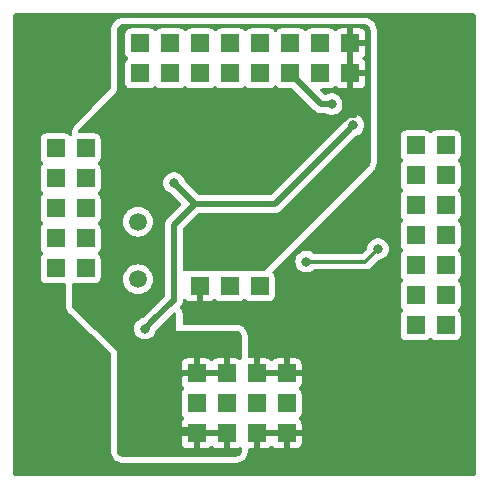
<source format=gbr>
%TF.GenerationSoftware,KiCad,Pcbnew,7.0.5.1-1-g8f565ef7f0-dirty-deb11*%
%TF.CreationDate,2023-07-05T14:02:44+00:00*%
%TF.ProjectId,BRIDGEADC01,42524944-4745-4414-9443-30312e6b6963,rev?*%
%TF.SameCoordinates,Original*%
%TF.FileFunction,Copper,L1,Top*%
%TF.FilePolarity,Positive*%
%FSLAX46Y46*%
G04 Gerber Fmt 4.6, Leading zero omitted, Abs format (unit mm)*
G04 Created by KiCad (PCBNEW 7.0.5.1-1-g8f565ef7f0-dirty-deb11) date 2023-07-05 14:02:44*
%MOMM*%
%LPD*%
G01*
G04 APERTURE LIST*
%TA.AperFunction,ComponentPad*%
%ADD10R,1.524000X1.524000*%
%TD*%
%TA.AperFunction,ComponentPad*%
%ADD11C,6.000000*%
%TD*%
%TA.AperFunction,ComponentPad*%
%ADD12C,1.501140*%
%TD*%
%TA.AperFunction,ViaPad*%
%ADD13C,0.800000*%
%TD*%
%TA.AperFunction,Conductor*%
%ADD14C,0.300000*%
%TD*%
%TA.AperFunction,Conductor*%
%ADD15C,0.500000*%
%TD*%
%TA.AperFunction,Conductor*%
%ADD16C,0.400000*%
%TD*%
G04 APERTURE END LIST*
D10*
%TO.P,J1,1*%
%TO.N,GND*%
X143876000Y-110682000D03*
%TO.P,J1,2*%
X141336000Y-110682000D03*
%TO.P,J1,3*%
%TO.N,VCC*%
X143876000Y-108142000D03*
%TO.P,J1,4*%
X141336000Y-108142000D03*
%TO.P,J1,5*%
%TO.N,GND*%
X143876000Y-105602000D03*
%TO.P,J1,6*%
X141336000Y-105602000D03*
%TD*%
%TO.P,J2,1*%
%TO.N,Net-(J2-Pad1)*%
X154798000Y-88838000D03*
%TO.P,J2,2*%
X157338000Y-88838000D03*
%TD*%
%TO.P,J3,1*%
%TO.N,Net-(J3-Pad1)*%
X154798000Y-86298000D03*
%TO.P,J3,2*%
X157338000Y-86298000D03*
%TD*%
%TO.P,J4,1*%
%TO.N,Net-(J4-Pad1)*%
X131493500Y-77662000D03*
%TO.P,J4,2*%
X131493500Y-80202000D03*
%TD*%
%TO.P,J5,1*%
%TO.N,Net-(J5-Pad1)*%
X134033500Y-77662000D03*
%TO.P,J5,2*%
X134033500Y-80202000D03*
%TD*%
%TO.P,J6,1*%
%TO.N,Net-(J6-Pad1)*%
X136573500Y-77662000D03*
%TO.P,J6,2*%
X136573500Y-80202000D03*
%TD*%
%TO.P,J7,1*%
%TO.N,Net-(J7-Pad1)*%
X139113500Y-80202000D03*
%TO.P,J7,2*%
X139113500Y-77662000D03*
%TD*%
%TO.P,J8,1*%
%TO.N,Net-(J8-Pad1)*%
X146748500Y-80200500D03*
%TO.P,J8,2*%
X146748500Y-77660500D03*
%TD*%
%TO.P,J9,1*%
%TO.N,Net-(J9-Pad1)*%
X141653500Y-80202000D03*
%TO.P,J9,2*%
X141653500Y-77662000D03*
%TD*%
%TO.P,J10,1*%
%TO.N,VCC*%
X141590000Y-98236000D03*
%TO.P,J10,2*%
%TO.N,Net-(J10-Pad2)*%
X139050000Y-98236000D03*
%TO.P,J10,3*%
%TO.N,GND*%
X136510000Y-98236000D03*
%TD*%
%TO.P,J11,1*%
%TO.N,Net-(J11-Pad1)*%
X124318000Y-86552000D03*
%TO.P,J11,2*%
X126858000Y-86552000D03*
%TD*%
%TO.P,J12,1*%
%TO.N,Net-(J12-Pad1)*%
X124318000Y-89092000D03*
%TO.P,J12,2*%
X126858000Y-89092000D03*
%TD*%
%TO.P,J13,1*%
%TO.N,Net-(J13-Pad1)*%
X154798000Y-96458000D03*
%TO.P,J13,2*%
X157338000Y-96458000D03*
%TD*%
%TO.P,J14,1*%
%TO.N,Net-(J14-Pad1)*%
X154798000Y-93918000D03*
%TO.P,J14,2*%
X157338000Y-93918000D03*
%TD*%
%TO.P,J15,1*%
%TO.N,Net-(J15-Pad1)*%
X124318000Y-96712000D03*
%TO.P,J15,2*%
X126858000Y-96712000D03*
%TD*%
%TO.P,J16,1*%
%TO.N,Net-(J16-Pad1)*%
X154798000Y-101538000D03*
%TO.P,J16,2*%
X157338000Y-101538000D03*
%TD*%
%TO.P,J17,1*%
%TO.N,Net-(J17-Pad1)*%
X154798000Y-98998000D03*
%TO.P,J17,2*%
X157338000Y-98998000D03*
%TD*%
%TO.P,J18,1*%
%TO.N,Net-(J18-Pad1)*%
X154798000Y-91378000D03*
%TO.P,J18,2*%
X157338000Y-91378000D03*
%TD*%
%TO.P,J19,1*%
%TO.N,GNDA*%
X136256000Y-105602000D03*
%TO.P,J19,2*%
X138796000Y-105602000D03*
%TO.P,J19,3*%
%TO.N,Net-(D2-Pad1)*%
X136256000Y-108142000D03*
%TO.P,J19,4*%
X138796000Y-108142000D03*
%TO.P,J19,5*%
%TO.N,GNDA*%
X136256000Y-110682000D03*
%TO.P,J19,6*%
X138796000Y-110682000D03*
%TD*%
%TO.P,J20,1*%
%TO.N,Net-(J20-Pad1)*%
X124318000Y-94172000D03*
%TO.P,J20,2*%
X126858000Y-94172000D03*
%TD*%
%TO.P,J21,1*%
%TO.N,Net-(J21-Pad1)*%
X124318000Y-91632000D03*
%TO.P,J21,2*%
X126858000Y-91632000D03*
%TD*%
D11*
%TO.P,M1,1*%
%TO.N,GND*%
X155560000Y-79440000D03*
%TD*%
%TO.P,M2,1*%
%TO.N,GND*%
X155560000Y-109920000D03*
%TD*%
%TO.P,M3,1*%
%TO.N,GND*%
X125080000Y-79440000D03*
%TD*%
%TO.P,M4,1*%
%TO.N,GND*%
X125080000Y-109920000D03*
%TD*%
D12*
%TO.P,Y1,1*%
%TO.N,Net-(J21-Pad1)*%
X131303000Y-92747060D03*
%TO.P,Y1,2*%
%TO.N,Net-(J20-Pad1)*%
X131303000Y-97628940D03*
%TD*%
D10*
%TO.P,J22,1*%
%TO.N,VAA*%
X144208500Y-77660500D03*
%TO.P,J22,2*%
X144208500Y-80200500D03*
%TD*%
%TO.P,J23,1*%
%TO.N,GNDA*%
X149288500Y-77660500D03*
%TO.P,J23,2*%
X149288500Y-80200500D03*
%TD*%
D13*
%TO.N,GND*%
X122047000Y-101282500D03*
%TO.N,VCC*%
X151623000Y-95061000D03*
X145542000Y-96139000D03*
%TO.N,VAA*%
X134351000Y-89472972D03*
X147701000Y-82804000D03*
X131886691Y-101808000D03*
X149542502Y-84582000D03*
%TO.N,GNDA*%
X140447000Y-82869000D03*
X132207000Y-99504500D03*
X130287000Y-88711000D03*
X137731500Y-95885000D03*
X138033998Y-89600000D03*
X128333500Y-98933000D03*
X127684000Y-101030000D03*
X130937000Y-94996000D03*
X132700000Y-110394980D03*
X138669000Y-86298000D03*
X132334000Y-89789000D03*
X139431000Y-93029000D03*
X130873500Y-104219500D03*
X135826500Y-82931000D03*
X150431500Y-82550000D03*
X145337000Y-83504000D03*
%TD*%
D14*
%TO.N,GND*%
X125080000Y-109920000D02*
X121540500Y-109920000D01*
X121094500Y-109474000D02*
X121094500Y-102235000D01*
X121094500Y-102235000D02*
X122047000Y-101282500D01*
X121540500Y-109920000D02*
X121094500Y-109474000D01*
%TO.N,VCC*%
X151623000Y-95061000D02*
X150545000Y-96139000D01*
X150545000Y-96139000D02*
X146107685Y-96139000D01*
X146107685Y-96139000D02*
X145542000Y-96139000D01*
D15*
%TO.N,VAA*%
X144208500Y-80200500D02*
X146812000Y-82804000D01*
X136117030Y-91239002D02*
X142885500Y-91239002D01*
D16*
X134351000Y-99343691D02*
X134351000Y-96602360D01*
D15*
X132503571Y-101191120D02*
X134351000Y-99343691D01*
D14*
X134351000Y-96031894D02*
X134351000Y-93005032D01*
D16*
X134351000Y-96602360D02*
X134351000Y-93005032D01*
D15*
X146812000Y-82804000D02*
X147135315Y-82804000D01*
X134351000Y-93005032D02*
X136117030Y-91239002D01*
X142885500Y-91239002D02*
X149142503Y-84981999D01*
D16*
X134351000Y-96602360D02*
X134351000Y-96031894D01*
D15*
X134351000Y-99343691D02*
X134351000Y-93005032D01*
X149142503Y-84981999D02*
X149542502Y-84582000D01*
X147135315Y-82804000D02*
X147701000Y-82804000D01*
X131886691Y-101808000D02*
X132503571Y-101191120D01*
X136117030Y-91239002D02*
X134351000Y-89472972D01*
%TO.N,GNDA*%
X128333500Y-98933000D02*
X128333500Y-97599500D01*
D14*
X137731500Y-94728500D02*
X137731500Y-95319315D01*
X138669000Y-86298000D02*
X138669000Y-86863685D01*
D15*
X132700000Y-108645300D02*
X132700000Y-110394980D01*
D14*
X138669000Y-86863685D02*
X138669000Y-86679000D01*
D15*
X132700000Y-107896000D02*
X132700000Y-108645300D01*
D14*
X136256000Y-110682000D02*
X135194000Y-110682000D01*
X144610001Y-84254001D02*
X148665499Y-84254001D01*
D15*
X129921000Y-98933000D02*
X130492500Y-99504500D01*
X130492500Y-99504500D02*
X132207000Y-99504500D01*
X134994000Y-105602000D02*
X132700000Y-107896000D01*
X128333500Y-98933000D02*
X129921000Y-98933000D01*
D14*
X140447000Y-82869000D02*
X135888500Y-82869000D01*
X135888500Y-82869000D02*
X135826500Y-82931000D01*
X138433997Y-89200001D02*
X138033998Y-89600000D01*
X143225000Y-82869000D02*
X141012685Y-82869000D01*
D15*
X128333500Y-97599500D02*
X130937000Y-94996000D01*
D14*
X144130000Y-83774000D02*
X143225000Y-82869000D01*
X137731500Y-95319315D02*
X137731500Y-95885000D01*
D15*
X130873500Y-104219500D02*
X127684000Y-101030000D01*
X136256000Y-105602000D02*
X134994000Y-105602000D01*
D14*
X144130000Y-83774000D02*
X143859998Y-83774000D01*
D15*
X135968980Y-110394980D02*
X136256000Y-110682000D01*
D14*
X148665499Y-84254001D02*
X149145500Y-83774000D01*
X143859998Y-83774000D02*
X138433997Y-89200001D01*
D15*
X132700000Y-110394980D02*
X135968980Y-110394980D01*
D14*
X141012685Y-82869000D02*
X140447000Y-82869000D01*
X149145500Y-83774000D02*
X149638000Y-83774000D01*
X144130000Y-83774000D02*
X144610001Y-84254001D01*
X139431000Y-93029000D02*
X137731500Y-94728500D01*
%TD*%
%TA.AperFunction,Conductor*%
%TO.N,GNDA*%
G36*
X149093460Y-78065504D02*
G01*
X149221502Y-78105000D01*
X149321812Y-78105000D01*
X149420999Y-78090050D01*
X149541724Y-78031912D01*
X149542500Y-78031191D01*
X149542500Y-79835694D01*
X149483540Y-79795496D01*
X149355498Y-79756000D01*
X149255188Y-79756000D01*
X149156001Y-79770950D01*
X149035276Y-79829088D01*
X149034500Y-79829808D01*
X149034500Y-78025305D01*
X149093460Y-78065504D01*
G37*
%TD.AperFunction*%
%TA.AperFunction,Conductor*%
G36*
X134563382Y-76009830D02*
G01*
X143714030Y-76010481D01*
X150483912Y-76010963D01*
X150492128Y-76011502D01*
X150600996Y-76025843D01*
X150632755Y-76034354D01*
X150722701Y-76071617D01*
X150751181Y-76088063D01*
X150828405Y-76147324D01*
X150851661Y-76170581D01*
X150910921Y-76247814D01*
X150927367Y-76276302D01*
X150964616Y-76366237D01*
X150973128Y-76398004D01*
X150987460Y-76506864D01*
X150988000Y-76515096D01*
X150988000Y-87704400D01*
X150987459Y-87712641D01*
X150973093Y-87821637D01*
X150964559Y-87853444D01*
X150927220Y-87943469D01*
X150910736Y-87971978D01*
X150843743Y-88059144D01*
X150838292Y-88065349D01*
X147063061Y-91833533D01*
X142071806Y-96815470D01*
X142065611Y-96820895D01*
X141978549Y-96887592D01*
X141950088Y-96904000D01*
X141905161Y-96922585D01*
X141860237Y-96941169D01*
X141828502Y-96949661D01*
X141719758Y-96963962D01*
X141711535Y-96964500D01*
X135235500Y-96964500D01*
X135167379Y-96944498D01*
X135120886Y-96890842D01*
X135109500Y-96838500D01*
X135109500Y-93371403D01*
X135129502Y-93303282D01*
X135146405Y-93282308D01*
X136394306Y-92034407D01*
X136456618Y-92000381D01*
X136483401Y-91997502D01*
X142821059Y-91997502D01*
X142839319Y-91998832D01*
X142844215Y-91999549D01*
X142863289Y-92002343D01*
X142896646Y-91999424D01*
X142915885Y-91997742D01*
X142921378Y-91997502D01*
X142929675Y-91997502D01*
X142929680Y-91997502D01*
X142951730Y-91994924D01*
X142961682Y-91993761D01*
X142963485Y-91993576D01*
X143039926Y-91986889D01*
X143039930Y-91986887D01*
X143047118Y-91985404D01*
X143047131Y-91985470D01*
X143054487Y-91983838D01*
X143054472Y-91983773D01*
X143061602Y-91982082D01*
X143061613Y-91982081D01*
X143133739Y-91955828D01*
X143135362Y-91955263D01*
X143208238Y-91931116D01*
X143208247Y-91931110D01*
X143214889Y-91928014D01*
X143214918Y-91928076D01*
X143221703Y-91924791D01*
X143221673Y-91924731D01*
X143228224Y-91921439D01*
X143228232Y-91921437D01*
X143292383Y-91879242D01*
X143293848Y-91878309D01*
X143359151Y-91838032D01*
X143359159Y-91838023D01*
X143364908Y-91833479D01*
X143364950Y-91833533D01*
X143370789Y-91828777D01*
X143370746Y-91828725D01*
X143376364Y-91824009D01*
X143376374Y-91824003D01*
X143429068Y-91768149D01*
X143430266Y-91766915D01*
X149698833Y-85498349D01*
X149761146Y-85464323D01*
X149761733Y-85464197D01*
X149824790Y-85450794D01*
X149999254Y-85373118D01*
X150153755Y-85260866D01*
X150281542Y-85118944D01*
X150377029Y-84953556D01*
X150436044Y-84771928D01*
X150456006Y-84582000D01*
X150436044Y-84392072D01*
X150377029Y-84210444D01*
X150281542Y-84045056D01*
X150281540Y-84045054D01*
X150281536Y-84045048D01*
X150153757Y-83903135D01*
X149999254Y-83790882D01*
X149824790Y-83713206D01*
X149637989Y-83673500D01*
X149447015Y-83673500D01*
X149260213Y-83713206D01*
X149085749Y-83790882D01*
X148931246Y-83903135D01*
X148803467Y-84045048D01*
X148803460Y-84045058D01*
X148707978Y-84210438D01*
X148707974Y-84210445D01*
X148653114Y-84379285D01*
X148622376Y-84429443D01*
X142608224Y-90443597D01*
X142545912Y-90477623D01*
X142519129Y-90480502D01*
X136483401Y-90480502D01*
X136415280Y-90460500D01*
X136394306Y-90443597D01*
X135271125Y-89320416D01*
X135240387Y-89270257D01*
X135185528Y-89101419D01*
X135185527Y-89101417D01*
X135185527Y-89101416D01*
X135090040Y-88936028D01*
X135090038Y-88936026D01*
X135090034Y-88936020D01*
X134962255Y-88794107D01*
X134807752Y-88681854D01*
X134633288Y-88604178D01*
X134446487Y-88564472D01*
X134255513Y-88564472D01*
X134068711Y-88604178D01*
X133894247Y-88681854D01*
X133739744Y-88794107D01*
X133611965Y-88936020D01*
X133611958Y-88936030D01*
X133516476Y-89101410D01*
X133516473Y-89101417D01*
X133457457Y-89283044D01*
X133437496Y-89472971D01*
X133457457Y-89662899D01*
X133487526Y-89755442D01*
X133516473Y-89844528D01*
X133516476Y-89844533D01*
X133611958Y-90009913D01*
X133611965Y-90009923D01*
X133739744Y-90151836D01*
X133739747Y-90151838D01*
X133894248Y-90264090D01*
X134068712Y-90341766D01*
X134131769Y-90355169D01*
X134194243Y-90388897D01*
X134194668Y-90389321D01*
X134955253Y-91149906D01*
X134989279Y-91212218D01*
X134984214Y-91283033D01*
X134955253Y-91328096D01*
X133860225Y-92423124D01*
X133846376Y-92435094D01*
X133826943Y-92449562D01*
X133793007Y-92490003D01*
X133789300Y-92494049D01*
X133783421Y-92499929D01*
X133783414Y-92499937D01*
X133763430Y-92525209D01*
X133762276Y-92526626D01*
X133712964Y-92585396D01*
X133708935Y-92591523D01*
X133708880Y-92591487D01*
X133704825Y-92597852D01*
X133704882Y-92597887D01*
X133701030Y-92604131D01*
X133668609Y-92673655D01*
X133667812Y-92675302D01*
X133633393Y-92743838D01*
X133630882Y-92750739D01*
X133630820Y-92750716D01*
X133628343Y-92757842D01*
X133628404Y-92757863D01*
X133626096Y-92764827D01*
X133610574Y-92839992D01*
X133610178Y-92841779D01*
X133592500Y-92916373D01*
X133591648Y-92923666D01*
X133591581Y-92923658D01*
X133590814Y-92931158D01*
X133590881Y-92931164D01*
X133590241Y-92938475D01*
X133592473Y-93015206D01*
X133592500Y-93017038D01*
X133592499Y-98977318D01*
X133572497Y-99045439D01*
X133555594Y-99066413D01*
X131993022Y-100628984D01*
X131993014Y-100628995D01*
X131730356Y-100891652D01*
X131668044Y-100925677D01*
X131667460Y-100925802D01*
X131604404Y-100939205D01*
X131429940Y-101016881D01*
X131429939Y-101016882D01*
X131275435Y-101129135D01*
X131147656Y-101271048D01*
X131147649Y-101271058D01*
X131052167Y-101436438D01*
X131052164Y-101436445D01*
X130993148Y-101618072D01*
X130973187Y-101807999D01*
X130993148Y-101997927D01*
X130997303Y-102010714D01*
X131052164Y-102179556D01*
X131080532Y-102228691D01*
X131147649Y-102344941D01*
X131147656Y-102344951D01*
X131275435Y-102486864D01*
X131275438Y-102486866D01*
X131429939Y-102599118D01*
X131604403Y-102676794D01*
X131791204Y-102716500D01*
X131982178Y-102716500D01*
X132168979Y-102676794D01*
X132343443Y-102599118D01*
X132497944Y-102486866D01*
X132625731Y-102344944D01*
X132721218Y-102179556D01*
X132776079Y-102010712D01*
X132806814Y-101960556D01*
X133071151Y-101696221D01*
X133071151Y-101696220D01*
X134341404Y-100425966D01*
X134403717Y-100391940D01*
X134474533Y-100397005D01*
X134531368Y-100439552D01*
X134556179Y-100506072D01*
X134556500Y-100515061D01*
X134556500Y-101993214D01*
X135059027Y-101990670D01*
X135059031Y-101990671D01*
X135059034Y-101990670D01*
X135059035Y-101990671D01*
X137334356Y-101979154D01*
X139574334Y-101967816D01*
X139582572Y-101968316D01*
X139691867Y-101982191D01*
X139723768Y-101990595D01*
X139814138Y-102027625D01*
X139842771Y-102044028D01*
X139920424Y-102103250D01*
X139943816Y-102126524D01*
X140003432Y-102203880D01*
X140019978Y-102232427D01*
X140057466Y-102322607D01*
X140066033Y-102354471D01*
X140080457Y-102463678D01*
X140081000Y-102471936D01*
X140081000Y-104345226D01*
X140060998Y-104413347D01*
X140007342Y-104459840D01*
X139937068Y-104469944D01*
X139879491Y-104446094D01*
X139803965Y-104389555D01*
X139667093Y-104338505D01*
X139606597Y-104332000D01*
X139050000Y-104332000D01*
X139050000Y-105237194D01*
X138991040Y-105196996D01*
X138862998Y-105157500D01*
X138762688Y-105157500D01*
X138663501Y-105172450D01*
X138542776Y-105230588D01*
X138542000Y-105231308D01*
X138542000Y-104332000D01*
X137985402Y-104332000D01*
X137924906Y-104338505D01*
X137788035Y-104389555D01*
X137788034Y-104389555D01*
X137671097Y-104477094D01*
X137626868Y-104536177D01*
X137570031Y-104578723D01*
X137499216Y-104583787D01*
X137436904Y-104549762D01*
X137425132Y-104536177D01*
X137380902Y-104477094D01*
X137263965Y-104389555D01*
X137127093Y-104338505D01*
X137066597Y-104332000D01*
X136510000Y-104332000D01*
X136510000Y-105237194D01*
X136451040Y-105196996D01*
X136322998Y-105157500D01*
X136222688Y-105157500D01*
X136123501Y-105172450D01*
X136002776Y-105230588D01*
X136002000Y-105231308D01*
X136002000Y-104332000D01*
X135445402Y-104332000D01*
X135384906Y-104338505D01*
X135248035Y-104389555D01*
X135248034Y-104389555D01*
X135131095Y-104477095D01*
X135043555Y-104594034D01*
X135043555Y-104594035D01*
X134992505Y-104730906D01*
X134986000Y-104791402D01*
X134986000Y-105348000D01*
X135889382Y-105348000D01*
X135837553Y-105437772D01*
X135807736Y-105568407D01*
X135817749Y-105702028D01*
X135866703Y-105826760D01*
X135890021Y-105856000D01*
X134986000Y-105856000D01*
X134986000Y-106412597D01*
X134992505Y-106473093D01*
X135043555Y-106609964D01*
X135043555Y-106609965D01*
X135131095Y-106726904D01*
X135189759Y-106770819D01*
X135232306Y-106827655D01*
X135237370Y-106898470D01*
X135203345Y-106960783D01*
X135189761Y-106972554D01*
X135130738Y-107016739D01*
X135043112Y-107133792D01*
X135043110Y-107133797D01*
X134992011Y-107270795D01*
X134992009Y-107270803D01*
X134985500Y-107331350D01*
X134985500Y-108952649D01*
X134992009Y-109013196D01*
X134992011Y-109013204D01*
X135043110Y-109150202D01*
X135043112Y-109150207D01*
X135130737Y-109267259D01*
X135130738Y-109267259D01*
X135130739Y-109267261D01*
X135166886Y-109294320D01*
X135189760Y-109311444D01*
X135232306Y-109368280D01*
X135237370Y-109439096D01*
X135203345Y-109501408D01*
X135189760Y-109513179D01*
X135131096Y-109557095D01*
X135043555Y-109674034D01*
X135043555Y-109674035D01*
X134992505Y-109810906D01*
X134986000Y-109871402D01*
X134986000Y-110428000D01*
X135889382Y-110428000D01*
X135837553Y-110517772D01*
X135807736Y-110648407D01*
X135817749Y-110782028D01*
X135866703Y-110906760D01*
X135890021Y-110936000D01*
X134986000Y-110936000D01*
X134986000Y-111492597D01*
X134992505Y-111553093D01*
X135043555Y-111689964D01*
X135043555Y-111689965D01*
X135131095Y-111806904D01*
X135248034Y-111894444D01*
X135384906Y-111945494D01*
X135445402Y-111951999D01*
X135445415Y-111952000D01*
X136002000Y-111952000D01*
X136002000Y-111046805D01*
X136060960Y-111087004D01*
X136189002Y-111126500D01*
X136289312Y-111126500D01*
X136388499Y-111111550D01*
X136509224Y-111053412D01*
X136510000Y-111052691D01*
X136510000Y-111952000D01*
X137066585Y-111952000D01*
X137066597Y-111951999D01*
X137127093Y-111945494D01*
X137263964Y-111894444D01*
X137263965Y-111894444D01*
X137380904Y-111806904D01*
X137425132Y-111747823D01*
X137481968Y-111705276D01*
X137552783Y-111700212D01*
X137615096Y-111734237D01*
X137626868Y-111747823D01*
X137671095Y-111806904D01*
X137788034Y-111894444D01*
X137924906Y-111945494D01*
X137985402Y-111951999D01*
X137985415Y-111952000D01*
X138542000Y-111952000D01*
X138542000Y-111046805D01*
X138600960Y-111087004D01*
X138729002Y-111126500D01*
X138829312Y-111126500D01*
X138928499Y-111111550D01*
X139049224Y-111053412D01*
X139050000Y-111052691D01*
X139050000Y-111952000D01*
X139606585Y-111952000D01*
X139606597Y-111951999D01*
X139667093Y-111945494D01*
X139803964Y-111894444D01*
X139803966Y-111894443D01*
X139879490Y-111837906D01*
X139946010Y-111813094D01*
X140015384Y-111828185D01*
X140065587Y-111878386D01*
X140081000Y-111938773D01*
X140081000Y-112144867D01*
X140080460Y-112153099D01*
X140066128Y-112261963D01*
X140057615Y-112293734D01*
X140020361Y-112383673D01*
X140003914Y-112412160D01*
X139944650Y-112489393D01*
X139921393Y-112512650D01*
X139844160Y-112571914D01*
X139815673Y-112588361D01*
X139725734Y-112625615D01*
X139693963Y-112634128D01*
X139585099Y-112648460D01*
X139576867Y-112649000D01*
X130044133Y-112649000D01*
X130035901Y-112648460D01*
X129927037Y-112634128D01*
X129895265Y-112625615D01*
X129805326Y-112588361D01*
X129776839Y-112571914D01*
X129699606Y-112512650D01*
X129676349Y-112489393D01*
X129617085Y-112412160D01*
X129600638Y-112383673D01*
X129563384Y-112293734D01*
X129554871Y-112261961D01*
X129540538Y-112153090D01*
X129540000Y-112144867D01*
X129540000Y-103925995D01*
X129540000Y-103925992D01*
X129540000Y-103925991D01*
X129540000Y-103713526D01*
X129387056Y-103566059D01*
X129387053Y-103566055D01*
X125885991Y-100190352D01*
X125880320Y-100184099D01*
X125810594Y-100096033D01*
X125793420Y-100067106D01*
X125754470Y-99975445D01*
X125745565Y-99942999D01*
X125730565Y-99831670D01*
X125730000Y-99823247D01*
X125730000Y-98061681D01*
X125750002Y-97993560D01*
X125803658Y-97947067D01*
X125873932Y-97936963D01*
X125900025Y-97943623D01*
X125986796Y-97975988D01*
X125986799Y-97975989D01*
X125986803Y-97975990D01*
X126047350Y-97982499D01*
X126047355Y-97982499D01*
X126047362Y-97982500D01*
X126047368Y-97982500D01*
X127668632Y-97982500D01*
X127668638Y-97982500D01*
X127668645Y-97982499D01*
X127668649Y-97982499D01*
X127729196Y-97975990D01*
X127729199Y-97975989D01*
X127729201Y-97975989D01*
X127866204Y-97924889D01*
X127983261Y-97837261D01*
X128070889Y-97720204D01*
X128104929Y-97628939D01*
X130039121Y-97628939D01*
X130058322Y-97848413D01*
X130115341Y-98061209D01*
X130115343Y-98061214D01*
X130208448Y-98260878D01*
X130208449Y-98260880D01*
X130334806Y-98441337D01*
X130334810Y-98441342D01*
X130334813Y-98441346D01*
X130490594Y-98597127D01*
X130490598Y-98597130D01*
X130490602Y-98597133D01*
X130593565Y-98669228D01*
X130671060Y-98723491D01*
X130870728Y-98816598D01*
X131083530Y-98873618D01*
X131303000Y-98892819D01*
X131522470Y-98873618D01*
X131735272Y-98816598D01*
X131934940Y-98723491D01*
X132115406Y-98597127D01*
X132271187Y-98441346D01*
X132397551Y-98260880D01*
X132490658Y-98061212D01*
X132547678Y-97848410D01*
X132566879Y-97628940D01*
X132547678Y-97409470D01*
X132490658Y-97196668D01*
X132397551Y-96997001D01*
X132271187Y-96816534D01*
X132115406Y-96660753D01*
X132115402Y-96660750D01*
X132115397Y-96660746D01*
X131934940Y-96534389D01*
X131934938Y-96534388D01*
X131735274Y-96441283D01*
X131735269Y-96441281D01*
X131522473Y-96384262D01*
X131303000Y-96365061D01*
X131083526Y-96384262D01*
X130870730Y-96441281D01*
X130870725Y-96441283D01*
X130671060Y-96534389D01*
X130490597Y-96660750D01*
X130490591Y-96660755D01*
X130334815Y-96816531D01*
X130334810Y-96816537D01*
X130208449Y-96997000D01*
X130115343Y-97196665D01*
X130115341Y-97196670D01*
X130058322Y-97409466D01*
X130039121Y-97628939D01*
X128104929Y-97628939D01*
X128121989Y-97583201D01*
X128128500Y-97522638D01*
X128128500Y-95901362D01*
X128123206Y-95852118D01*
X128121990Y-95840803D01*
X128121988Y-95840795D01*
X128092924Y-95762875D01*
X128070889Y-95703796D01*
X128070888Y-95703794D01*
X128070887Y-95703792D01*
X127983261Y-95586738D01*
X127924657Y-95542868D01*
X127882110Y-95486032D01*
X127877046Y-95415216D01*
X127911071Y-95352904D01*
X127924657Y-95341132D01*
X127983261Y-95297261D01*
X128070887Y-95180207D01*
X128070887Y-95180206D01*
X128070889Y-95180204D01*
X128121989Y-95043201D01*
X128128500Y-94982638D01*
X128128500Y-93361362D01*
X128123969Y-93319213D01*
X128121990Y-93300803D01*
X128121988Y-93300795D01*
X128076684Y-93179334D01*
X128070889Y-93163796D01*
X128070888Y-93163794D01*
X128070887Y-93163792D01*
X127983261Y-93046738D01*
X127924657Y-93002868D01*
X127882110Y-92946032D01*
X127877046Y-92875216D01*
X127911071Y-92812904D01*
X127924657Y-92801132D01*
X127983261Y-92757261D01*
X127990897Y-92747060D01*
X130039121Y-92747060D01*
X130058322Y-92966533D01*
X130115341Y-93179329D01*
X130115343Y-93179334D01*
X130208448Y-93378998D01*
X130208449Y-93379000D01*
X130334806Y-93559457D01*
X130334810Y-93559462D01*
X130334813Y-93559466D01*
X130490594Y-93715247D01*
X130490598Y-93715250D01*
X130490602Y-93715253D01*
X130593565Y-93787348D01*
X130671060Y-93841611D01*
X130870728Y-93934718D01*
X131083530Y-93991738D01*
X131303000Y-94010939D01*
X131522470Y-93991738D01*
X131735272Y-93934718D01*
X131934940Y-93841611D01*
X132115406Y-93715247D01*
X132271187Y-93559466D01*
X132397551Y-93379000D01*
X132490658Y-93179332D01*
X132547678Y-92966530D01*
X132566879Y-92747060D01*
X132547678Y-92527590D01*
X132490658Y-92314788D01*
X132397551Y-92115121D01*
X132271187Y-91934654D01*
X132115406Y-91778873D01*
X132115402Y-91778870D01*
X132115397Y-91778866D01*
X131934940Y-91652509D01*
X131934938Y-91652508D01*
X131735274Y-91559403D01*
X131735269Y-91559401D01*
X131522473Y-91502382D01*
X131303000Y-91483181D01*
X131083526Y-91502382D01*
X130870730Y-91559401D01*
X130870725Y-91559403D01*
X130671060Y-91652509D01*
X130490597Y-91778870D01*
X130490591Y-91778875D01*
X130334815Y-91934651D01*
X130334810Y-91934657D01*
X130208449Y-92115120D01*
X130115343Y-92314785D01*
X130115341Y-92314790D01*
X130058322Y-92527586D01*
X130039121Y-92747060D01*
X127990897Y-92747060D01*
X128070887Y-92640207D01*
X128070887Y-92640206D01*
X128070889Y-92640204D01*
X128121989Y-92503201D01*
X128123182Y-92492110D01*
X128128499Y-92442649D01*
X128128500Y-92442632D01*
X128128500Y-90821367D01*
X128128499Y-90821350D01*
X128121990Y-90760803D01*
X128121988Y-90760795D01*
X128070889Y-90623797D01*
X128070887Y-90623792D01*
X127983261Y-90506738D01*
X127924657Y-90462868D01*
X127882110Y-90406032D01*
X127877046Y-90335216D01*
X127911071Y-90272904D01*
X127924657Y-90261132D01*
X127983261Y-90217261D01*
X128070887Y-90100207D01*
X128070887Y-90100206D01*
X128070889Y-90100204D01*
X128121989Y-89963201D01*
X128128500Y-89902638D01*
X128128500Y-88281362D01*
X128128000Y-88276711D01*
X128121990Y-88220803D01*
X128121988Y-88220795D01*
X128070889Y-88083797D01*
X128070887Y-88083792D01*
X127983261Y-87966738D01*
X127924657Y-87922868D01*
X127882110Y-87866032D01*
X127877046Y-87795216D01*
X127911071Y-87732904D01*
X127924657Y-87721132D01*
X127983261Y-87677261D01*
X128070887Y-87560207D01*
X128070887Y-87560206D01*
X128070889Y-87560204D01*
X128121989Y-87423201D01*
X128128500Y-87362638D01*
X128128500Y-85741362D01*
X128128000Y-85736711D01*
X128121990Y-85680803D01*
X128121988Y-85680795D01*
X128070889Y-85543797D01*
X128070887Y-85543792D01*
X127983261Y-85426738D01*
X127866207Y-85339112D01*
X127866202Y-85339110D01*
X127729204Y-85288011D01*
X127729196Y-85288009D01*
X127668649Y-85281500D01*
X127668638Y-85281500D01*
X126353489Y-85281500D01*
X126285368Y-85261498D01*
X126238875Y-85207842D01*
X126228771Y-85137568D01*
X126258265Y-85072988D01*
X126262147Y-85068709D01*
X127855721Y-83391562D01*
X129402469Y-81763698D01*
X129402470Y-81763696D01*
X129540000Y-81618954D01*
X129540000Y-81012649D01*
X130223000Y-81012649D01*
X130229509Y-81073196D01*
X130229511Y-81073204D01*
X130280610Y-81210202D01*
X130280612Y-81210207D01*
X130368238Y-81327261D01*
X130485292Y-81414887D01*
X130485294Y-81414888D01*
X130485296Y-81414889D01*
X130544375Y-81436924D01*
X130622295Y-81465988D01*
X130622303Y-81465990D01*
X130682850Y-81472499D01*
X130682855Y-81472499D01*
X130682862Y-81472500D01*
X130682868Y-81472500D01*
X132304132Y-81472500D01*
X132304138Y-81472500D01*
X132304145Y-81472499D01*
X132304149Y-81472499D01*
X132364696Y-81465990D01*
X132364699Y-81465989D01*
X132364701Y-81465989D01*
X132368726Y-81464488D01*
X132383545Y-81458960D01*
X132501704Y-81414889D01*
X132503711Y-81413387D01*
X132618761Y-81327261D01*
X132662632Y-81268657D01*
X132719468Y-81226110D01*
X132790284Y-81221046D01*
X132852596Y-81255071D01*
X132864368Y-81268657D01*
X132908238Y-81327261D01*
X133025292Y-81414887D01*
X133025294Y-81414888D01*
X133025296Y-81414889D01*
X133084375Y-81436924D01*
X133162295Y-81465988D01*
X133162303Y-81465990D01*
X133222850Y-81472499D01*
X133222855Y-81472499D01*
X133222862Y-81472500D01*
X133222868Y-81472500D01*
X134844132Y-81472500D01*
X134844138Y-81472500D01*
X134844145Y-81472499D01*
X134844149Y-81472499D01*
X134904696Y-81465990D01*
X134904699Y-81465989D01*
X134904701Y-81465989D01*
X134908726Y-81464488D01*
X134923545Y-81458960D01*
X135041704Y-81414889D01*
X135043711Y-81413387D01*
X135158761Y-81327261D01*
X135202632Y-81268657D01*
X135259468Y-81226110D01*
X135330284Y-81221046D01*
X135392596Y-81255071D01*
X135404368Y-81268657D01*
X135448238Y-81327261D01*
X135565292Y-81414887D01*
X135565294Y-81414888D01*
X135565296Y-81414889D01*
X135624375Y-81436924D01*
X135702295Y-81465988D01*
X135702303Y-81465990D01*
X135762850Y-81472499D01*
X135762855Y-81472499D01*
X135762862Y-81472500D01*
X135762868Y-81472500D01*
X137384132Y-81472500D01*
X137384138Y-81472500D01*
X137384145Y-81472499D01*
X137384149Y-81472499D01*
X137444696Y-81465990D01*
X137444699Y-81465989D01*
X137444701Y-81465989D01*
X137448726Y-81464488D01*
X137463545Y-81458960D01*
X137581704Y-81414889D01*
X137583711Y-81413387D01*
X137698761Y-81327261D01*
X137742632Y-81268657D01*
X137799468Y-81226110D01*
X137870284Y-81221046D01*
X137932596Y-81255071D01*
X137944368Y-81268657D01*
X137988238Y-81327261D01*
X138105292Y-81414887D01*
X138105294Y-81414888D01*
X138105296Y-81414889D01*
X138164375Y-81436924D01*
X138242295Y-81465988D01*
X138242303Y-81465990D01*
X138302850Y-81472499D01*
X138302855Y-81472499D01*
X138302862Y-81472500D01*
X138302868Y-81472500D01*
X139924132Y-81472500D01*
X139924138Y-81472500D01*
X139924145Y-81472499D01*
X139924149Y-81472499D01*
X139984696Y-81465990D01*
X139984699Y-81465989D01*
X139984701Y-81465989D01*
X139988726Y-81464488D01*
X140003545Y-81458960D01*
X140121704Y-81414889D01*
X140123711Y-81413387D01*
X140238761Y-81327261D01*
X140282632Y-81268657D01*
X140339468Y-81226110D01*
X140410284Y-81221046D01*
X140472596Y-81255071D01*
X140484368Y-81268657D01*
X140528238Y-81327261D01*
X140645292Y-81414887D01*
X140645294Y-81414888D01*
X140645296Y-81414889D01*
X140704375Y-81436924D01*
X140782295Y-81465988D01*
X140782303Y-81465990D01*
X140842850Y-81472499D01*
X140842855Y-81472499D01*
X140842862Y-81472500D01*
X140842868Y-81472500D01*
X142464132Y-81472500D01*
X142464138Y-81472500D01*
X142464145Y-81472499D01*
X142464149Y-81472499D01*
X142524696Y-81465990D01*
X142524699Y-81465989D01*
X142524701Y-81465989D01*
X142528726Y-81464488D01*
X142543545Y-81458960D01*
X142661704Y-81414889D01*
X142663711Y-81413387D01*
X142778761Y-81327261D01*
X142780151Y-81325404D01*
X142830693Y-81257887D01*
X142887528Y-81215341D01*
X142958344Y-81210276D01*
X143020656Y-81244301D01*
X143032429Y-81257888D01*
X143083238Y-81325761D01*
X143200292Y-81413387D01*
X143200294Y-81413388D01*
X143200296Y-81413389D01*
X143259375Y-81435424D01*
X143337295Y-81464488D01*
X143337303Y-81464490D01*
X143397850Y-81470999D01*
X143397855Y-81470999D01*
X143397862Y-81471000D01*
X144354129Y-81471000D01*
X144422250Y-81491002D01*
X144443224Y-81507905D01*
X146230092Y-83294773D01*
X146242065Y-83308627D01*
X146256531Y-83328058D01*
X146271896Y-83340951D01*
X146296975Y-83361994D01*
X146301021Y-83365702D01*
X146306899Y-83371580D01*
X146306900Y-83371581D01*
X146332170Y-83391562D01*
X146333584Y-83392713D01*
X146392360Y-83442032D01*
X146392366Y-83442035D01*
X146398495Y-83446067D01*
X146398457Y-83446123D01*
X146404806Y-83450168D01*
X146404842Y-83450111D01*
X146411094Y-83453967D01*
X146480637Y-83486396D01*
X146482267Y-83487185D01*
X146550812Y-83521609D01*
X146550814Y-83521609D01*
X146557711Y-83524120D01*
X146557687Y-83524184D01*
X146564805Y-83526658D01*
X146564827Y-83526595D01*
X146571791Y-83528902D01*
X146571792Y-83528902D01*
X146571794Y-83528903D01*
X146646989Y-83544429D01*
X146648700Y-83544808D01*
X146723344Y-83562500D01*
X146723351Y-83562500D01*
X146730633Y-83563352D01*
X146730625Y-83563419D01*
X146738122Y-83564185D01*
X146738128Y-83564119D01*
X146745434Y-83564757D01*
X146745442Y-83564759D01*
X146791982Y-83563404D01*
X146822175Y-83562527D01*
X146824007Y-83562500D01*
X147046659Y-83562500D01*
X147158413Y-83562500D01*
X147226534Y-83582502D01*
X147232471Y-83586562D01*
X147244248Y-83595118D01*
X147418712Y-83672794D01*
X147605513Y-83712500D01*
X147796487Y-83712500D01*
X147983288Y-83672794D01*
X148157752Y-83595118D01*
X148312253Y-83482866D01*
X148338274Y-83453967D01*
X148440034Y-83340951D01*
X148440035Y-83340949D01*
X148440040Y-83340944D01*
X148535527Y-83175556D01*
X148594542Y-82993928D01*
X148614504Y-82804000D01*
X148594542Y-82614072D01*
X148535527Y-82432444D01*
X148440040Y-82267056D01*
X148440038Y-82267054D01*
X148440034Y-82267048D01*
X148312255Y-82125135D01*
X148157752Y-82012882D01*
X147983288Y-81935206D01*
X147796487Y-81895500D01*
X147605513Y-81895500D01*
X147418711Y-81935206D01*
X147244243Y-82012884D01*
X147244028Y-82013041D01*
X147243881Y-82013093D01*
X147238524Y-82016186D01*
X147237958Y-82015206D01*
X147177159Y-82036896D01*
X147108009Y-82020812D01*
X147080877Y-82000196D01*
X146766776Y-81686095D01*
X146732750Y-81623783D01*
X146737815Y-81552968D01*
X146780362Y-81496132D01*
X146846882Y-81471321D01*
X146855871Y-81471000D01*
X147559132Y-81471000D01*
X147559138Y-81471000D01*
X147559145Y-81470999D01*
X147559149Y-81470999D01*
X147619696Y-81464490D01*
X147619699Y-81464489D01*
X147619701Y-81464489D01*
X147756704Y-81413389D01*
X147757299Y-81412944D01*
X147873761Y-81325761D01*
X147917944Y-81266740D01*
X147974780Y-81224193D01*
X148045595Y-81219129D01*
X148107908Y-81253154D01*
X148119680Y-81266740D01*
X148163595Y-81325404D01*
X148280534Y-81412944D01*
X148417406Y-81463994D01*
X148477902Y-81470499D01*
X148477915Y-81470500D01*
X149034500Y-81470500D01*
X149034500Y-80565305D01*
X149093460Y-80605504D01*
X149221502Y-80645000D01*
X149321812Y-80645000D01*
X149420999Y-80630050D01*
X149541724Y-80571912D01*
X149542500Y-80571191D01*
X149542500Y-81470500D01*
X150099085Y-81470500D01*
X150099097Y-81470499D01*
X150159593Y-81463994D01*
X150296464Y-81412944D01*
X150296465Y-81412944D01*
X150413404Y-81325404D01*
X150500944Y-81208465D01*
X150500944Y-81208464D01*
X150551994Y-81071593D01*
X150558499Y-81011097D01*
X150558500Y-81011085D01*
X150558500Y-80454500D01*
X149655118Y-80454500D01*
X149706947Y-80364728D01*
X149736764Y-80234093D01*
X149726751Y-80100472D01*
X149677797Y-79975740D01*
X149654479Y-79946500D01*
X150558500Y-79946500D01*
X150558500Y-79389914D01*
X150558499Y-79389902D01*
X150551994Y-79329406D01*
X150500944Y-79192535D01*
X150500944Y-79192534D01*
X150413403Y-79075595D01*
X150354322Y-79031366D01*
X150311776Y-78974530D01*
X150306712Y-78903714D01*
X150340738Y-78841403D01*
X150354324Y-78829630D01*
X150413404Y-78785403D01*
X150500944Y-78668465D01*
X150500944Y-78668464D01*
X150551994Y-78531593D01*
X150558499Y-78471097D01*
X150558500Y-78471085D01*
X150558500Y-77914500D01*
X149655118Y-77914500D01*
X149706947Y-77824728D01*
X149736764Y-77694093D01*
X149726751Y-77560472D01*
X149677797Y-77435740D01*
X149654479Y-77406500D01*
X150558500Y-77406500D01*
X150558500Y-76849914D01*
X150558499Y-76849902D01*
X150551994Y-76789406D01*
X150500944Y-76652535D01*
X150500944Y-76652534D01*
X150413404Y-76535595D01*
X150296465Y-76448055D01*
X150159593Y-76397005D01*
X150099097Y-76390500D01*
X149542500Y-76390500D01*
X149542500Y-77295694D01*
X149483540Y-77255496D01*
X149355498Y-77216000D01*
X149255188Y-77216000D01*
X149156001Y-77230950D01*
X149035276Y-77289088D01*
X149034500Y-77289808D01*
X149034500Y-76390500D01*
X148477902Y-76390500D01*
X148417406Y-76397005D01*
X148280535Y-76448055D01*
X148280534Y-76448055D01*
X148163595Y-76535596D01*
X148119679Y-76594260D01*
X148062843Y-76636806D01*
X147992027Y-76641870D01*
X147929716Y-76607845D01*
X147917944Y-76594260D01*
X147900820Y-76571386D01*
X147873761Y-76535239D01*
X147873759Y-76535238D01*
X147873759Y-76535237D01*
X147756707Y-76447612D01*
X147756702Y-76447610D01*
X147619704Y-76396511D01*
X147619696Y-76396509D01*
X147559149Y-76390000D01*
X147559138Y-76390000D01*
X145937862Y-76390000D01*
X145937850Y-76390000D01*
X145877303Y-76396509D01*
X145877295Y-76396511D01*
X145740297Y-76447610D01*
X145740292Y-76447612D01*
X145623238Y-76535239D01*
X145579367Y-76593843D01*
X145522531Y-76636389D01*
X145451716Y-76641453D01*
X145389404Y-76607428D01*
X145377633Y-76593843D01*
X145333761Y-76535239D01*
X145216707Y-76447612D01*
X145216702Y-76447610D01*
X145079704Y-76396511D01*
X145079696Y-76396509D01*
X145019149Y-76390000D01*
X145019138Y-76390000D01*
X143397862Y-76390000D01*
X143397850Y-76390000D01*
X143337303Y-76396509D01*
X143337295Y-76396511D01*
X143200297Y-76447610D01*
X143200292Y-76447612D01*
X143083237Y-76535239D01*
X143031305Y-76604612D01*
X142974469Y-76647158D01*
X142903653Y-76652222D01*
X142841341Y-76618196D01*
X142829570Y-76604611D01*
X142778761Y-76536738D01*
X142661707Y-76449112D01*
X142661702Y-76449110D01*
X142524704Y-76398011D01*
X142524696Y-76398009D01*
X142464149Y-76391500D01*
X142464138Y-76391500D01*
X140842862Y-76391500D01*
X140842850Y-76391500D01*
X140782303Y-76398009D01*
X140782295Y-76398011D01*
X140645297Y-76449110D01*
X140645292Y-76449112D01*
X140528239Y-76536738D01*
X140484366Y-76595344D01*
X140427529Y-76637890D01*
X140356713Y-76642953D01*
X140294402Y-76608927D01*
X140282631Y-76595342D01*
X140238761Y-76536738D01*
X140121707Y-76449112D01*
X140121702Y-76449110D01*
X139984704Y-76398011D01*
X139984696Y-76398009D01*
X139924149Y-76391500D01*
X139924138Y-76391500D01*
X138302862Y-76391500D01*
X138302850Y-76391500D01*
X138242303Y-76398009D01*
X138242295Y-76398011D01*
X138105297Y-76449110D01*
X138105292Y-76449112D01*
X137988238Y-76536739D01*
X137944367Y-76595343D01*
X137887531Y-76637889D01*
X137816716Y-76642953D01*
X137754404Y-76608928D01*
X137742633Y-76595343D01*
X137698761Y-76536739D01*
X137581707Y-76449112D01*
X137581702Y-76449110D01*
X137444704Y-76398011D01*
X137444696Y-76398009D01*
X137384149Y-76391500D01*
X137384138Y-76391500D01*
X135762862Y-76391500D01*
X135762850Y-76391500D01*
X135702303Y-76398009D01*
X135702295Y-76398011D01*
X135565297Y-76449110D01*
X135565292Y-76449112D01*
X135448238Y-76536739D01*
X135404367Y-76595343D01*
X135347531Y-76637889D01*
X135276716Y-76642953D01*
X135214404Y-76608928D01*
X135202633Y-76595343D01*
X135158761Y-76536739D01*
X135041707Y-76449112D01*
X135041702Y-76449110D01*
X134904704Y-76398011D01*
X134904696Y-76398009D01*
X134844149Y-76391500D01*
X134844138Y-76391500D01*
X133222862Y-76391500D01*
X133222850Y-76391500D01*
X133162303Y-76398009D01*
X133162295Y-76398011D01*
X133025297Y-76449110D01*
X133025292Y-76449112D01*
X132908238Y-76536739D01*
X132864367Y-76595343D01*
X132807531Y-76637889D01*
X132736716Y-76642953D01*
X132674404Y-76608928D01*
X132662633Y-76595343D01*
X132618761Y-76536739D01*
X132501707Y-76449112D01*
X132501702Y-76449110D01*
X132364704Y-76398011D01*
X132364696Y-76398009D01*
X132304149Y-76391500D01*
X132304138Y-76391500D01*
X130682862Y-76391500D01*
X130682850Y-76391500D01*
X130622303Y-76398009D01*
X130622295Y-76398011D01*
X130485297Y-76449110D01*
X130485292Y-76449112D01*
X130368238Y-76536738D01*
X130280612Y-76653792D01*
X130280610Y-76653797D01*
X130229511Y-76790795D01*
X130229509Y-76790803D01*
X130223000Y-76851350D01*
X130223000Y-78472649D01*
X130229509Y-78533196D01*
X130229511Y-78533204D01*
X130280610Y-78670202D01*
X130280612Y-78670207D01*
X130368239Y-78787261D01*
X130426843Y-78831133D01*
X130469389Y-78887969D01*
X130474453Y-78958784D01*
X130440428Y-79021096D01*
X130426843Y-79032867D01*
X130368239Y-79076738D01*
X130280612Y-79193792D01*
X130280610Y-79193797D01*
X130229511Y-79330795D01*
X130229509Y-79330803D01*
X130223000Y-79391350D01*
X130223000Y-81012649D01*
X129540000Y-81012649D01*
X129540000Y-76513643D01*
X129540540Y-76505411D01*
X129548150Y-76447610D01*
X129554874Y-76396533D01*
X129563385Y-76364772D01*
X129600647Y-76274817D01*
X129617085Y-76246345D01*
X129676364Y-76169097D01*
X129699618Y-76145847D01*
X129755492Y-76102976D01*
X129776861Y-76086580D01*
X129805343Y-76070138D01*
X129895298Y-76032882D01*
X129927059Y-76024374D01*
X130035943Y-76010047D01*
X130044163Y-76009509D01*
X134563382Y-76009830D01*
G37*
%TD.AperFunction*%
%TA.AperFunction,Conductor*%
G36*
X138377553Y-110517772D02*
G01*
X138347736Y-110648407D01*
X138357749Y-110782028D01*
X138406703Y-110906760D01*
X138430021Y-110936000D01*
X136622618Y-110936000D01*
X136674447Y-110846228D01*
X136704264Y-110715593D01*
X136694251Y-110581972D01*
X136645297Y-110457240D01*
X136621979Y-110428000D01*
X138429382Y-110428000D01*
X138377553Y-110517772D01*
G37*
%TD.AperFunction*%
%TA.AperFunction,Conductor*%
G36*
X138377553Y-105437772D02*
G01*
X138347736Y-105568407D01*
X138357749Y-105702028D01*
X138406703Y-105826760D01*
X138430021Y-105856000D01*
X136622618Y-105856000D01*
X136674447Y-105766228D01*
X136704264Y-105635593D01*
X136694251Y-105501972D01*
X136645297Y-105377240D01*
X136621979Y-105348000D01*
X138429382Y-105348000D01*
X138377553Y-105437772D01*
G37*
%TD.AperFunction*%
%TD*%
%TA.AperFunction,Conductor*%
%TO.N,GND*%
G36*
X143457553Y-110517772D02*
G01*
X143427736Y-110648407D01*
X143437749Y-110782028D01*
X143486703Y-110906760D01*
X143510021Y-110936000D01*
X141702618Y-110936000D01*
X141754447Y-110846228D01*
X141784264Y-110715593D01*
X141774251Y-110581972D01*
X141725297Y-110457240D01*
X141701979Y-110428000D01*
X143509382Y-110428000D01*
X143457553Y-110517772D01*
G37*
%TD.AperFunction*%
%TA.AperFunction,Conductor*%
G36*
X143457553Y-105437772D02*
G01*
X143427736Y-105568407D01*
X143437749Y-105702028D01*
X143486703Y-105826760D01*
X143510021Y-105856000D01*
X141702618Y-105856000D01*
X141754447Y-105766228D01*
X141784264Y-105635593D01*
X141774251Y-105501972D01*
X141725297Y-105377240D01*
X141701979Y-105348000D01*
X143509382Y-105348000D01*
X143457553Y-105437772D01*
G37*
%TD.AperFunction*%
%TA.AperFunction,Conductor*%
G36*
X159827621Y-75134502D02*
G01*
X159874114Y-75188158D01*
X159885500Y-75240500D01*
X159885500Y-114119500D01*
X159865498Y-114187621D01*
X159811842Y-114234114D01*
X159759500Y-114245500D01*
X120880500Y-114245500D01*
X120812379Y-114225498D01*
X120765886Y-114171842D01*
X120754500Y-114119500D01*
X120754500Y-97522649D01*
X123047500Y-97522649D01*
X123054009Y-97583196D01*
X123054011Y-97583204D01*
X123105110Y-97720202D01*
X123105112Y-97720207D01*
X123192738Y-97837261D01*
X123309792Y-97924887D01*
X123309794Y-97924888D01*
X123309796Y-97924889D01*
X123327100Y-97931343D01*
X123446795Y-97975988D01*
X123446803Y-97975990D01*
X123507350Y-97982499D01*
X123507355Y-97982499D01*
X123507362Y-97982500D01*
X123507368Y-97982500D01*
X125090500Y-97982500D01*
X125158621Y-98002502D01*
X125205114Y-98056158D01*
X125216500Y-98108500D01*
X125216500Y-99831889D01*
X125217074Y-99849008D01*
X125217078Y-99849071D01*
X125218791Y-99874608D01*
X125218793Y-99874636D01*
X125220514Y-99891707D01*
X125229491Y-99958332D01*
X125235941Y-100006207D01*
X125238960Y-100028609D01*
X125238963Y-100028628D01*
X125245823Y-100062317D01*
X125245828Y-100062337D01*
X125263828Y-100127918D01*
X125263834Y-100127938D01*
X125275146Y-100160450D01*
X125275149Y-100160458D01*
X125327538Y-100283745D01*
X125327551Y-100283773D01*
X125343088Y-100314450D01*
X125343100Y-100314472D01*
X125377825Y-100372959D01*
X125377841Y-100372985D01*
X125397324Y-100401298D01*
X125397325Y-100401300D01*
X125483045Y-100509567D01*
X125494180Y-100522703D01*
X125511401Y-100541691D01*
X125511413Y-100541704D01*
X125523385Y-100554046D01*
X128987957Y-103894565D01*
X129023112Y-103956247D01*
X129026500Y-103985270D01*
X129026500Y-112153255D01*
X129026501Y-112153277D01*
X129027048Y-112170033D01*
X129028681Y-112194997D01*
X129028681Y-112195004D01*
X129030328Y-112211732D01*
X129030334Y-112211787D01*
X129047958Y-112345651D01*
X129054515Y-112378620D01*
X129054517Y-112378627D01*
X129071723Y-112442845D01*
X129071736Y-112442891D01*
X129082533Y-112474697D01*
X129082536Y-112474706D01*
X129082538Y-112474710D01*
X129082539Y-112474712D01*
X129132661Y-112595719D01*
X129147525Y-112625858D01*
X129147528Y-112625864D01*
X129147529Y-112625865D01*
X129180787Y-112683469D01*
X129199467Y-112711425D01*
X129279198Y-112815331D01*
X129301364Y-112840606D01*
X129301375Y-112840617D01*
X129301389Y-112840632D01*
X129348366Y-112887609D01*
X129348380Y-112887622D01*
X129348393Y-112887635D01*
X129373668Y-112909801D01*
X129477574Y-112989532D01*
X129505530Y-113008212D01*
X129556333Y-113037543D01*
X129563139Y-113041473D01*
X129577649Y-113048628D01*
X129593287Y-113056340D01*
X129714289Y-113106460D01*
X129714305Y-113106465D01*
X129714304Y-113106465D01*
X129746099Y-113117259D01*
X129746113Y-113117263D01*
X129746127Y-113117268D01*
X129810374Y-113134482D01*
X129843347Y-113141041D01*
X129897411Y-113148158D01*
X129977151Y-113158657D01*
X129977179Y-113158660D01*
X129977201Y-113158663D01*
X129993911Y-113160309D01*
X130018913Y-113161949D01*
X130018936Y-113161949D01*
X130018940Y-113161950D01*
X130018972Y-113161951D01*
X130035691Y-113162499D01*
X130035696Y-113162499D01*
X130035723Y-113162500D01*
X130035734Y-113162500D01*
X139585266Y-113162500D01*
X139585277Y-113162500D01*
X139585308Y-113162499D01*
X139602027Y-113161951D01*
X139602059Y-113161950D01*
X139602061Y-113161949D01*
X139602087Y-113161949D01*
X139627089Y-113160309D01*
X139643799Y-113158663D01*
X139643820Y-113158660D01*
X139643832Y-113158659D01*
X139684465Y-113153309D01*
X139777654Y-113141041D01*
X139810629Y-113134482D01*
X139874875Y-113117267D01*
X139906711Y-113106460D01*
X140027712Y-113056340D01*
X140027713Y-113056339D01*
X140027719Y-113056337D01*
X140042788Y-113048905D01*
X140057865Y-113041470D01*
X140115469Y-113008212D01*
X140143425Y-112989532D01*
X140247331Y-112909801D01*
X140272606Y-112887635D01*
X140319635Y-112840606D01*
X140341801Y-112815331D01*
X140421532Y-112711425D01*
X140440212Y-112683469D01*
X140473470Y-112625865D01*
X140488340Y-112595712D01*
X140538460Y-112474711D01*
X140549267Y-112442875D01*
X140566482Y-112378629D01*
X140573041Y-112345654D01*
X140590663Y-112211799D01*
X140592309Y-112195089D01*
X140593949Y-112170087D01*
X140594500Y-112153277D01*
X140594499Y-112078000D01*
X140614502Y-112009879D01*
X140668158Y-111963386D01*
X140720500Y-111952000D01*
X141082000Y-111952000D01*
X141082000Y-111046805D01*
X141140960Y-111087004D01*
X141269002Y-111126500D01*
X141369312Y-111126500D01*
X141468499Y-111111550D01*
X141589224Y-111053412D01*
X141590000Y-111052691D01*
X141590000Y-111952000D01*
X142146585Y-111952000D01*
X142146597Y-111951999D01*
X142207093Y-111945494D01*
X142343964Y-111894444D01*
X142343965Y-111894444D01*
X142460904Y-111806904D01*
X142505132Y-111747823D01*
X142561968Y-111705276D01*
X142632783Y-111700212D01*
X142695096Y-111734237D01*
X142706868Y-111747823D01*
X142751095Y-111806904D01*
X142868034Y-111894444D01*
X143004906Y-111945494D01*
X143065402Y-111951999D01*
X143065415Y-111952000D01*
X143622000Y-111952000D01*
X143622000Y-111046805D01*
X143680960Y-111087004D01*
X143809002Y-111126500D01*
X143909312Y-111126500D01*
X144008499Y-111111550D01*
X144129224Y-111053412D01*
X144130000Y-111052691D01*
X144130000Y-111952000D01*
X144686585Y-111952000D01*
X144686597Y-111951999D01*
X144747093Y-111945494D01*
X144883964Y-111894444D01*
X144883965Y-111894444D01*
X145000904Y-111806904D01*
X145088444Y-111689965D01*
X145088444Y-111689964D01*
X145139494Y-111553093D01*
X145145999Y-111492597D01*
X145146000Y-111492585D01*
X145146000Y-110936000D01*
X144242618Y-110936000D01*
X144294447Y-110846228D01*
X144324264Y-110715593D01*
X144314251Y-110581972D01*
X144265297Y-110457240D01*
X144241979Y-110428000D01*
X145146000Y-110428000D01*
X145146000Y-109871414D01*
X145145999Y-109871402D01*
X145139494Y-109810906D01*
X145088444Y-109674035D01*
X145088444Y-109674034D01*
X145000904Y-109557095D01*
X144942240Y-109513180D01*
X144899693Y-109456344D01*
X144894629Y-109385528D01*
X144928654Y-109323216D01*
X144942240Y-109311444D01*
X145001261Y-109267261D01*
X145088887Y-109150207D01*
X145088887Y-109150206D01*
X145088889Y-109150204D01*
X145139989Y-109013201D01*
X145146500Y-108952638D01*
X145146500Y-107331362D01*
X145146000Y-107326711D01*
X145139990Y-107270803D01*
X145139988Y-107270795D01*
X145088889Y-107133797D01*
X145088887Y-107133792D01*
X145018943Y-107040360D01*
X145001261Y-107016739D01*
X145001260Y-107016738D01*
X144942239Y-106972554D01*
X144899693Y-106915718D01*
X144894629Y-106844902D01*
X144928654Y-106782591D01*
X144942241Y-106770818D01*
X145000904Y-106726903D01*
X145088444Y-106609965D01*
X145088444Y-106609964D01*
X145139494Y-106473093D01*
X145145999Y-106412597D01*
X145146000Y-106412585D01*
X145146000Y-105856000D01*
X144242618Y-105856000D01*
X144294447Y-105766228D01*
X144324264Y-105635593D01*
X144314251Y-105501972D01*
X144265297Y-105377240D01*
X144241979Y-105348000D01*
X145146000Y-105348000D01*
X145146000Y-104791414D01*
X145145999Y-104791402D01*
X145139494Y-104730906D01*
X145088444Y-104594035D01*
X145088444Y-104594034D01*
X145000904Y-104477095D01*
X144883965Y-104389555D01*
X144747093Y-104338505D01*
X144686597Y-104332000D01*
X144130000Y-104332000D01*
X144130000Y-105237194D01*
X144071040Y-105196996D01*
X143942998Y-105157500D01*
X143842688Y-105157500D01*
X143743501Y-105172450D01*
X143622776Y-105230588D01*
X143622000Y-105231308D01*
X143622000Y-104332000D01*
X143065402Y-104332000D01*
X143004906Y-104338505D01*
X142868035Y-104389555D01*
X142868034Y-104389555D01*
X142751097Y-104477094D01*
X142706868Y-104536177D01*
X142650031Y-104578723D01*
X142579216Y-104583787D01*
X142516904Y-104549762D01*
X142505132Y-104536177D01*
X142460902Y-104477094D01*
X142343965Y-104389555D01*
X142207093Y-104338505D01*
X142146597Y-104332000D01*
X141590000Y-104332000D01*
X141590000Y-105237194D01*
X141531040Y-105196996D01*
X141402998Y-105157500D01*
X141302688Y-105157500D01*
X141203501Y-105172450D01*
X141082776Y-105230588D01*
X141082000Y-105231308D01*
X141082000Y-104332000D01*
X140720500Y-104332000D01*
X140652379Y-104311998D01*
X140605886Y-104258342D01*
X140594500Y-104206000D01*
X140594500Y-102463511D01*
X140594500Y-102463506D01*
X140593947Y-102446656D01*
X140592297Y-102421574D01*
X140590640Y-102404796D01*
X140583224Y-102348649D01*
X153527500Y-102348649D01*
X153534009Y-102409196D01*
X153534011Y-102409204D01*
X153585110Y-102546202D01*
X153585112Y-102546207D01*
X153672738Y-102663261D01*
X153789792Y-102750887D01*
X153789794Y-102750888D01*
X153789796Y-102750889D01*
X153848875Y-102772924D01*
X153926795Y-102801988D01*
X153926803Y-102801990D01*
X153987350Y-102808499D01*
X153987355Y-102808499D01*
X153987362Y-102808500D01*
X153987368Y-102808500D01*
X155608632Y-102808500D01*
X155608638Y-102808500D01*
X155608645Y-102808499D01*
X155608649Y-102808499D01*
X155669196Y-102801990D01*
X155669199Y-102801989D01*
X155669201Y-102801989D01*
X155806204Y-102750889D01*
X155923261Y-102663261D01*
X155967130Y-102604657D01*
X156023968Y-102562110D01*
X156094784Y-102557046D01*
X156157096Y-102591071D01*
X156168868Y-102604657D01*
X156212738Y-102663261D01*
X156329792Y-102750887D01*
X156329794Y-102750888D01*
X156329796Y-102750889D01*
X156388875Y-102772924D01*
X156466795Y-102801988D01*
X156466803Y-102801990D01*
X156527350Y-102808499D01*
X156527355Y-102808499D01*
X156527362Y-102808500D01*
X156527368Y-102808500D01*
X158148632Y-102808500D01*
X158148638Y-102808500D01*
X158148645Y-102808499D01*
X158148649Y-102808499D01*
X158209196Y-102801990D01*
X158209199Y-102801989D01*
X158209201Y-102801989D01*
X158346204Y-102750889D01*
X158463261Y-102663261D01*
X158550889Y-102546204D01*
X158601989Y-102409201D01*
X158602462Y-102404809D01*
X158608499Y-102348649D01*
X158608500Y-102348632D01*
X158608500Y-100727367D01*
X158608499Y-100727350D01*
X158601990Y-100666803D01*
X158601988Y-100666795D01*
X158555330Y-100541704D01*
X158550889Y-100529796D01*
X158550888Y-100529794D01*
X158550887Y-100529792D01*
X158463261Y-100412738D01*
X158404657Y-100368868D01*
X158362110Y-100312032D01*
X158357046Y-100241216D01*
X158391071Y-100178904D01*
X158404657Y-100167132D01*
X158463261Y-100123261D01*
X158550887Y-100006207D01*
X158550887Y-100006206D01*
X158550889Y-100006204D01*
X158601989Y-99869201D01*
X158603117Y-99858717D01*
X158608499Y-99808649D01*
X158608500Y-99808632D01*
X158608500Y-98187367D01*
X158608499Y-98187350D01*
X158601990Y-98126803D01*
X158601988Y-98126795D01*
X158555628Y-98002502D01*
X158550889Y-97989796D01*
X158550888Y-97989794D01*
X158550887Y-97989792D01*
X158463261Y-97872738D01*
X158404657Y-97828868D01*
X158362110Y-97772032D01*
X158357046Y-97701216D01*
X158391071Y-97638904D01*
X158404657Y-97627132D01*
X158463261Y-97583261D01*
X158550887Y-97466207D01*
X158550887Y-97466206D01*
X158550889Y-97466204D01*
X158601989Y-97329201D01*
X158608500Y-97268638D01*
X158608500Y-95647362D01*
X158608000Y-95642711D01*
X158601990Y-95586803D01*
X158601988Y-95586795D01*
X158557970Y-95468782D01*
X158550889Y-95449796D01*
X158550888Y-95449794D01*
X158550887Y-95449792D01*
X158463261Y-95332738D01*
X158404657Y-95288868D01*
X158362110Y-95232032D01*
X158357046Y-95161216D01*
X158391071Y-95098904D01*
X158404657Y-95087132D01*
X158463261Y-95043261D01*
X158550887Y-94926207D01*
X158550887Y-94926206D01*
X158550889Y-94926204D01*
X158601989Y-94789201D01*
X158608500Y-94728638D01*
X158608500Y-93107362D01*
X158608000Y-93102711D01*
X158601990Y-93046803D01*
X158601988Y-93046795D01*
X158550889Y-92909797D01*
X158550887Y-92909792D01*
X158463261Y-92792738D01*
X158404657Y-92748868D01*
X158362110Y-92692032D01*
X158357046Y-92621216D01*
X158391071Y-92558904D01*
X158404657Y-92547132D01*
X158463261Y-92503261D01*
X158550887Y-92386207D01*
X158550887Y-92386206D01*
X158550889Y-92386204D01*
X158601989Y-92249201D01*
X158608500Y-92188638D01*
X158608500Y-90567362D01*
X158608000Y-90562711D01*
X158601990Y-90506803D01*
X158601988Y-90506795D01*
X158550889Y-90369797D01*
X158550887Y-90369792D01*
X158463261Y-90252738D01*
X158404657Y-90208868D01*
X158362110Y-90152032D01*
X158357046Y-90081216D01*
X158391071Y-90018904D01*
X158404657Y-90007132D01*
X158463261Y-89963261D01*
X158550887Y-89846207D01*
X158550887Y-89846206D01*
X158550889Y-89846204D01*
X158601989Y-89709201D01*
X158608500Y-89648638D01*
X158608500Y-88027362D01*
X158605856Y-88002765D01*
X158601990Y-87966803D01*
X158601988Y-87966795D01*
X158550889Y-87829797D01*
X158550887Y-87829792D01*
X158463261Y-87712738D01*
X158404657Y-87668868D01*
X158362110Y-87612032D01*
X158357046Y-87541216D01*
X158391071Y-87478904D01*
X158404657Y-87467132D01*
X158463261Y-87423261D01*
X158550887Y-87306207D01*
X158550887Y-87306206D01*
X158550889Y-87306204D01*
X158601989Y-87169201D01*
X158608500Y-87108638D01*
X158608500Y-85487362D01*
X158608000Y-85482711D01*
X158601990Y-85426803D01*
X158601988Y-85426795D01*
X158550889Y-85289797D01*
X158550887Y-85289792D01*
X158463261Y-85172738D01*
X158346207Y-85085112D01*
X158346202Y-85085110D01*
X158209204Y-85034011D01*
X158209196Y-85034009D01*
X158148649Y-85027500D01*
X158148638Y-85027500D01*
X156527362Y-85027500D01*
X156527350Y-85027500D01*
X156466803Y-85034009D01*
X156466795Y-85034011D01*
X156329797Y-85085110D01*
X156329792Y-85085112D01*
X156212738Y-85172739D01*
X156168867Y-85231343D01*
X156112031Y-85273889D01*
X156041216Y-85278953D01*
X155978904Y-85244928D01*
X155967133Y-85231343D01*
X155923261Y-85172739D01*
X155806207Y-85085112D01*
X155806202Y-85085110D01*
X155669204Y-85034011D01*
X155669196Y-85034009D01*
X155608649Y-85027500D01*
X155608638Y-85027500D01*
X153987362Y-85027500D01*
X153987350Y-85027500D01*
X153926803Y-85034009D01*
X153926795Y-85034011D01*
X153789797Y-85085110D01*
X153789792Y-85085112D01*
X153672738Y-85172738D01*
X153585112Y-85289792D01*
X153585110Y-85289797D01*
X153534011Y-85426795D01*
X153534009Y-85426803D01*
X153527500Y-85487350D01*
X153527500Y-87108649D01*
X153534009Y-87169196D01*
X153534011Y-87169204D01*
X153585110Y-87306202D01*
X153585112Y-87306207D01*
X153672739Y-87423261D01*
X153731343Y-87467133D01*
X153773889Y-87523969D01*
X153778953Y-87594784D01*
X153744928Y-87657096D01*
X153731343Y-87668867D01*
X153672739Y-87712738D01*
X153585112Y-87829792D01*
X153585110Y-87829797D01*
X153534011Y-87966795D01*
X153534009Y-87966803D01*
X153527500Y-88027350D01*
X153527500Y-89648649D01*
X153534009Y-89709196D01*
X153534011Y-89709204D01*
X153585110Y-89846202D01*
X153585112Y-89846207D01*
X153672739Y-89963261D01*
X153731343Y-90007133D01*
X153773889Y-90063969D01*
X153778953Y-90134784D01*
X153744928Y-90197096D01*
X153731343Y-90208867D01*
X153672739Y-90252738D01*
X153585112Y-90369792D01*
X153585110Y-90369797D01*
X153534011Y-90506795D01*
X153534009Y-90506803D01*
X153527500Y-90567350D01*
X153527500Y-92188649D01*
X153534009Y-92249196D01*
X153534011Y-92249204D01*
X153585110Y-92386202D01*
X153585112Y-92386207D01*
X153672739Y-92503261D01*
X153731343Y-92547133D01*
X153773889Y-92603969D01*
X153778953Y-92674784D01*
X153744928Y-92737096D01*
X153731343Y-92748867D01*
X153672739Y-92792738D01*
X153585112Y-92909792D01*
X153585110Y-92909797D01*
X153534011Y-93046795D01*
X153534009Y-93046803D01*
X153527500Y-93107350D01*
X153527500Y-94728649D01*
X153534009Y-94789196D01*
X153534011Y-94789204D01*
X153585110Y-94926202D01*
X153585112Y-94926207D01*
X153672739Y-95043261D01*
X153731343Y-95087133D01*
X153773889Y-95143969D01*
X153778953Y-95214784D01*
X153744928Y-95277096D01*
X153731343Y-95288867D01*
X153672739Y-95332738D01*
X153585112Y-95449792D01*
X153585110Y-95449797D01*
X153534011Y-95586795D01*
X153534009Y-95586803D01*
X153527500Y-95647350D01*
X153527500Y-97268649D01*
X153534009Y-97329196D01*
X153534011Y-97329204D01*
X153585110Y-97466202D01*
X153585112Y-97466207D01*
X153672739Y-97583261D01*
X153731343Y-97627133D01*
X153773889Y-97683969D01*
X153778953Y-97754784D01*
X153744928Y-97817096D01*
X153731343Y-97828867D01*
X153672739Y-97872738D01*
X153585112Y-97989792D01*
X153585110Y-97989797D01*
X153534011Y-98126795D01*
X153534009Y-98126803D01*
X153527500Y-98187350D01*
X153527500Y-99808649D01*
X153534009Y-99869196D01*
X153534011Y-99869204D01*
X153585110Y-100006202D01*
X153585112Y-100006207D01*
X153672739Y-100123261D01*
X153731343Y-100167133D01*
X153773889Y-100223969D01*
X153778953Y-100294784D01*
X153744928Y-100357096D01*
X153731343Y-100368867D01*
X153672739Y-100412738D01*
X153585112Y-100529792D01*
X153585110Y-100529797D01*
X153534011Y-100666795D01*
X153534009Y-100666803D01*
X153527500Y-100727350D01*
X153527500Y-102348649D01*
X140583224Y-102348649D01*
X140572903Y-102270512D01*
X140566302Y-102237433D01*
X140548977Y-102172996D01*
X140538102Y-102141069D01*
X140487667Y-102019745D01*
X140472704Y-101989516D01*
X140439245Y-101931789D01*
X140420455Y-101903783D01*
X140420446Y-101903771D01*
X140340268Y-101799733D01*
X140340255Y-101799717D01*
X140340250Y-101799711D01*
X140317952Y-101774403D01*
X140317942Y-101774393D01*
X140317934Y-101774384D01*
X140270651Y-101727341D01*
X140270643Y-101727333D01*
X140245240Y-101705179D01*
X140245224Y-101705165D01*
X140140775Y-101625507D01*
X140140764Y-101625499D01*
X140140757Y-101625494D01*
X140112655Y-101606845D01*
X140054754Y-101573675D01*
X140024449Y-101558864D01*
X139902871Y-101509047D01*
X139870888Y-101498332D01*
X139870880Y-101498330D01*
X139806366Y-101481335D01*
X139806363Y-101481334D01*
X139773281Y-101474905D01*
X139773276Y-101474904D01*
X139638859Y-101457840D01*
X139622133Y-101456273D01*
X139622108Y-101456271D01*
X139622101Y-101456270D01*
X139622095Y-101456270D01*
X139607448Y-101455380D01*
X139597012Y-101454747D01*
X139586100Y-101454444D01*
X139580167Y-101454280D01*
X139580156Y-101454280D01*
X139580155Y-101454280D01*
X139580097Y-101454279D01*
X135196638Y-101476467D01*
X135128417Y-101456810D01*
X135081653Y-101403391D01*
X135070000Y-101350469D01*
X135070000Y-100510485D01*
X135069984Y-100509588D01*
X135069836Y-100501315D01*
X135069352Y-100487746D01*
X135068371Y-100469437D01*
X135037302Y-100326620D01*
X135037302Y-100326618D01*
X135012494Y-100260108D01*
X135012491Y-100260101D01*
X135012491Y-100260100D01*
X134942449Y-100131827D01*
X134881288Y-100070665D01*
X134847265Y-100008355D01*
X134852331Y-99937540D01*
X134873863Y-99900584D01*
X134875058Y-99899160D01*
X134909000Y-99858707D01*
X134912689Y-99854681D01*
X134918580Y-99848792D01*
X134938621Y-99823444D01*
X134939674Y-99822152D01*
X134989032Y-99763331D01*
X134989033Y-99763328D01*
X134989037Y-99763324D01*
X134993066Y-99757199D01*
X134993122Y-99757236D01*
X134997171Y-99750881D01*
X134997113Y-99750846D01*
X135000963Y-99744602D01*
X135000962Y-99744602D01*
X135000967Y-99744597D01*
X135033392Y-99675058D01*
X135034176Y-99673440D01*
X135068609Y-99604879D01*
X135068610Y-99604872D01*
X135071119Y-99597982D01*
X135071183Y-99598005D01*
X135073658Y-99590884D01*
X135073593Y-99590863D01*
X135075899Y-99583901D01*
X135075902Y-99583897D01*
X135091420Y-99508738D01*
X135091798Y-99507028D01*
X135109500Y-99432347D01*
X135109500Y-99432346D01*
X135110352Y-99425059D01*
X135110418Y-99425066D01*
X135111184Y-99417568D01*
X135111118Y-99417563D01*
X135111756Y-99410255D01*
X135111758Y-99410249D01*
X135110779Y-99376621D01*
X135128791Y-99307950D01*
X135181072Y-99259916D01*
X135251022Y-99247773D01*
X135316434Y-99275375D01*
X135337594Y-99297449D01*
X135385097Y-99360905D01*
X135502034Y-99448444D01*
X135638906Y-99499494D01*
X135699402Y-99505999D01*
X135699415Y-99506000D01*
X136256000Y-99506000D01*
X136256000Y-98600805D01*
X136314960Y-98641004D01*
X136443002Y-98680500D01*
X136543312Y-98680500D01*
X136642499Y-98665550D01*
X136763224Y-98607412D01*
X136764000Y-98606691D01*
X136764000Y-99506000D01*
X137320585Y-99506000D01*
X137320597Y-99505999D01*
X137381093Y-99499494D01*
X137517964Y-99448444D01*
X137517965Y-99448444D01*
X137634903Y-99360904D01*
X137678818Y-99302241D01*
X137735654Y-99259694D01*
X137806469Y-99254628D01*
X137868782Y-99288653D01*
X137880554Y-99302239D01*
X137924738Y-99361260D01*
X138041792Y-99448887D01*
X138041794Y-99448888D01*
X138041796Y-99448889D01*
X138100875Y-99470924D01*
X138178795Y-99499988D01*
X138178803Y-99499990D01*
X138239350Y-99506499D01*
X138239355Y-99506499D01*
X138239362Y-99506500D01*
X138239368Y-99506500D01*
X139860632Y-99506500D01*
X139860638Y-99506500D01*
X139860645Y-99506499D01*
X139860649Y-99506499D01*
X139921196Y-99499990D01*
X139921199Y-99499989D01*
X139921201Y-99499989D01*
X140058204Y-99448889D01*
X140058799Y-99448444D01*
X140175261Y-99361261D01*
X140219132Y-99302657D01*
X140275968Y-99260110D01*
X140346784Y-99255046D01*
X140409096Y-99289071D01*
X140420868Y-99302657D01*
X140464738Y-99361261D01*
X140581792Y-99448887D01*
X140581794Y-99448888D01*
X140581796Y-99448889D01*
X140640875Y-99470924D01*
X140718795Y-99499988D01*
X140718803Y-99499990D01*
X140779350Y-99506499D01*
X140779355Y-99506499D01*
X140779362Y-99506500D01*
X140779368Y-99506500D01*
X142400632Y-99506500D01*
X142400638Y-99506500D01*
X142400645Y-99506499D01*
X142400649Y-99506499D01*
X142461196Y-99499990D01*
X142461199Y-99499989D01*
X142461201Y-99499989D01*
X142598204Y-99448889D01*
X142598799Y-99448444D01*
X142715261Y-99361261D01*
X142802887Y-99244207D01*
X142802887Y-99244206D01*
X142802889Y-99244204D01*
X142853989Y-99107201D01*
X142860500Y-99046638D01*
X142860500Y-97425362D01*
X142860499Y-97425350D01*
X142853990Y-97364803D01*
X142853988Y-97364795D01*
X142819857Y-97273288D01*
X142802889Y-97227796D01*
X142802888Y-97227794D01*
X142802887Y-97227792D01*
X142715261Y-97110738D01*
X142710407Y-97107105D01*
X142667860Y-97050269D01*
X142662796Y-96979454D01*
X142696821Y-96917142D01*
X143476418Y-96139000D01*
X144628496Y-96139000D01*
X144648457Y-96328927D01*
X144678526Y-96421470D01*
X144707473Y-96510556D01*
X144707476Y-96510561D01*
X144802958Y-96675941D01*
X144802965Y-96675951D01*
X144930744Y-96817864D01*
X144930747Y-96817866D01*
X145085248Y-96930118D01*
X145259712Y-97007794D01*
X145446513Y-97047500D01*
X145637487Y-97047500D01*
X145824288Y-97007794D01*
X145998752Y-96930118D01*
X146148163Y-96821563D01*
X146215031Y-96797706D01*
X146222224Y-96797500D01*
X150458389Y-96797500D01*
X150474620Y-96799291D01*
X150474644Y-96799042D01*
X150482536Y-96799788D01*
X150482536Y-96799787D01*
X150482537Y-96799788D01*
X150506275Y-96799042D01*
X150554358Y-96797531D01*
X150556337Y-96797500D01*
X150586425Y-96797500D01*
X150586432Y-96797500D01*
X150593779Y-96796571D01*
X150599682Y-96796106D01*
X150648831Y-96794562D01*
X150669421Y-96788579D01*
X150688776Y-96784571D01*
X150710064Y-96781882D01*
X150755796Y-96763775D01*
X150761380Y-96761863D01*
X150808600Y-96748145D01*
X150827050Y-96737232D01*
X150844813Y-96728530D01*
X150864756Y-96720635D01*
X150904537Y-96691730D01*
X150909487Y-96688480D01*
X150919175Y-96682750D01*
X150951807Y-96663453D01*
X150966977Y-96648281D01*
X150982005Y-96635447D01*
X150999357Y-96622841D01*
X151030697Y-96584955D01*
X151034675Y-96580583D01*
X151608855Y-96006404D01*
X151671168Y-95972379D01*
X151697951Y-95969500D01*
X151718487Y-95969500D01*
X151905288Y-95929794D01*
X152079752Y-95852118D01*
X152234253Y-95739866D01*
X152307130Y-95658928D01*
X152362034Y-95597951D01*
X152362035Y-95597949D01*
X152362040Y-95597944D01*
X152457527Y-95432556D01*
X152516542Y-95250928D01*
X152536504Y-95061000D01*
X152516542Y-94871072D01*
X152457527Y-94689444D01*
X152362040Y-94524056D01*
X152362038Y-94524054D01*
X152362034Y-94524048D01*
X152234255Y-94382135D01*
X152079752Y-94269882D01*
X151905288Y-94192206D01*
X151718487Y-94152500D01*
X151527513Y-94152500D01*
X151340711Y-94192206D01*
X151166247Y-94269882D01*
X151011744Y-94382135D01*
X150883965Y-94524048D01*
X150883958Y-94524058D01*
X150788476Y-94689438D01*
X150788473Y-94689444D01*
X150774227Y-94733288D01*
X150729459Y-94871067D01*
X150729458Y-94871069D01*
X150729458Y-94871072D01*
X150723663Y-94926207D01*
X150716245Y-94996785D01*
X150689231Y-95062442D01*
X150680030Y-95072708D01*
X150309143Y-95443596D01*
X150246833Y-95477620D01*
X150220050Y-95480500D01*
X146222224Y-95480500D01*
X146154103Y-95460498D01*
X146148163Y-95456436D01*
X146139018Y-95449792D01*
X145998752Y-95347882D01*
X145824288Y-95270206D01*
X145637487Y-95230500D01*
X145446513Y-95230500D01*
X145259711Y-95270206D01*
X145085247Y-95347882D01*
X144930744Y-95460135D01*
X144802965Y-95602048D01*
X144802958Y-95602058D01*
X144707476Y-95767438D01*
X144707473Y-95767445D01*
X144648457Y-95949072D01*
X144628496Y-96139000D01*
X143476418Y-96139000D01*
X151207007Y-88422844D01*
X151218520Y-88410573D01*
X151235076Y-88391727D01*
X151235113Y-88391682D01*
X151245740Y-88378756D01*
X151245747Y-88378745D01*
X151245760Y-88378731D01*
X151328134Y-88271552D01*
X151346852Y-88243581D01*
X151380185Y-88185932D01*
X151380193Y-88185916D01*
X151395080Y-88155771D01*
X151395083Y-88155761D01*
X151395091Y-88155747D01*
X151445326Y-88034630D01*
X151456157Y-88002765D01*
X151473414Y-87938447D01*
X151479990Y-87905427D01*
X151497655Y-87771405D01*
X151497658Y-87771369D01*
X151497662Y-87771343D01*
X151498609Y-87761725D01*
X151499305Y-87754669D01*
X151500948Y-87729639D01*
X151501500Y-87712816D01*
X151501500Y-76506686D01*
X151500949Y-76489876D01*
X151499309Y-76464874D01*
X151497663Y-76448162D01*
X151480041Y-76314311D01*
X151473481Y-76281337D01*
X151456269Y-76217099D01*
X151445465Y-76185271D01*
X151395353Y-76064279D01*
X151380485Y-76034128D01*
X151347230Y-75976522D01*
X151347218Y-75976504D01*
X151347214Y-75976497D01*
X151328559Y-75948575D01*
X151328543Y-75948553D01*
X151248832Y-75844668D01*
X151248820Y-75844653D01*
X151247485Y-75843131D01*
X151226655Y-75819377D01*
X151179627Y-75772347D01*
X151177893Y-75770826D01*
X151154373Y-75750197D01*
X151154365Y-75750191D01*
X151154355Y-75750182D01*
X151050464Y-75670458D01*
X151022520Y-75651783D01*
X150964927Y-75618526D01*
X150934770Y-75603651D01*
X150934764Y-75603648D01*
X150934759Y-75603645D01*
X150813767Y-75553521D01*
X150781922Y-75542710D01*
X150781913Y-75542707D01*
X150744867Y-75532779D01*
X150717685Y-75525495D01*
X150717682Y-75525494D01*
X150717677Y-75525493D01*
X150684722Y-75518936D01*
X150550853Y-75501301D01*
X150534124Y-75499653D01*
X150509157Y-75498014D01*
X150492330Y-75497463D01*
X150492331Y-75497463D01*
X134563419Y-75496330D01*
X130035815Y-75496008D01*
X130035814Y-75496008D01*
X130035799Y-75496008D01*
X130026843Y-75496300D01*
X130018994Y-75496557D01*
X129994066Y-75498188D01*
X129994018Y-75498192D01*
X129977283Y-75499839D01*
X129977254Y-75499842D01*
X129843400Y-75517455D01*
X129843390Y-75517457D01*
X129810434Y-75524010D01*
X129746195Y-75541219D01*
X129746174Y-75541225D01*
X129714349Y-75552026D01*
X129714343Y-75552028D01*
X129593321Y-75602150D01*
X129563183Y-75617011D01*
X129505576Y-75650266D01*
X129505559Y-75650276D01*
X129477642Y-75668928D01*
X129477612Y-75668949D01*
X129373690Y-75748686D01*
X129373685Y-75748690D01*
X129348443Y-75770826D01*
X129348438Y-75770830D01*
X129301397Y-75817863D01*
X129279234Y-75843131D01*
X129199473Y-75947070D01*
X129180788Y-75975033D01*
X129147537Y-76032625D01*
X129132667Y-76062778D01*
X129132665Y-76062783D01*
X129082544Y-76183783D01*
X129071738Y-76215616D01*
X129071736Y-76215622D01*
X129060259Y-76258447D01*
X129054521Y-76279863D01*
X129054518Y-76279875D01*
X129047961Y-76312840D01*
X129030341Y-76446668D01*
X129030335Y-76446729D01*
X129028693Y-76463391D01*
X129028692Y-76463405D01*
X129027049Y-76488450D01*
X129027048Y-76488482D01*
X129026500Y-76505201D01*
X129026500Y-78421981D01*
X129026499Y-81363583D01*
X129006497Y-81431704D01*
X128991841Y-81450374D01*
X125887852Y-84717149D01*
X125883823Y-84721488D01*
X125878382Y-84727485D01*
X125877922Y-84727993D01*
X125870197Y-84736706D01*
X125870188Y-84736717D01*
X125791175Y-84859659D01*
X125791170Y-84859668D01*
X125762142Y-84923230D01*
X125761774Y-84923997D01*
X125761676Y-84924247D01*
X125720498Y-85064489D01*
X125720498Y-85210654D01*
X125730599Y-85280909D01*
X125730601Y-85280919D01*
X125730602Y-85280922D01*
X125733208Y-85289796D01*
X125744188Y-85327192D01*
X125744187Y-85398189D01*
X125724160Y-85438197D01*
X125688869Y-85485341D01*
X125632033Y-85527888D01*
X125561218Y-85532954D01*
X125498905Y-85498929D01*
X125487133Y-85485343D01*
X125443261Y-85426739D01*
X125326207Y-85339112D01*
X125326202Y-85339110D01*
X125189204Y-85288011D01*
X125189196Y-85288009D01*
X125128649Y-85281500D01*
X125128638Y-85281500D01*
X123507362Y-85281500D01*
X123507350Y-85281500D01*
X123446803Y-85288009D01*
X123446795Y-85288011D01*
X123309797Y-85339110D01*
X123309792Y-85339112D01*
X123192738Y-85426738D01*
X123105112Y-85543792D01*
X123105110Y-85543797D01*
X123054011Y-85680795D01*
X123054009Y-85680803D01*
X123047500Y-85741350D01*
X123047500Y-87362649D01*
X123054009Y-87423196D01*
X123054011Y-87423204D01*
X123105110Y-87560202D01*
X123105112Y-87560207D01*
X123192739Y-87677261D01*
X123251343Y-87721133D01*
X123293889Y-87777969D01*
X123298953Y-87848784D01*
X123264928Y-87911096D01*
X123251343Y-87922867D01*
X123192739Y-87966738D01*
X123105112Y-88083792D01*
X123105110Y-88083797D01*
X123054011Y-88220795D01*
X123054009Y-88220803D01*
X123047500Y-88281350D01*
X123047500Y-89902649D01*
X123054009Y-89963196D01*
X123054011Y-89963204D01*
X123105110Y-90100202D01*
X123105112Y-90100207D01*
X123192739Y-90217261D01*
X123251343Y-90261133D01*
X123293889Y-90317969D01*
X123298953Y-90388784D01*
X123264928Y-90451096D01*
X123251343Y-90462867D01*
X123192739Y-90506738D01*
X123105112Y-90623792D01*
X123105110Y-90623797D01*
X123054011Y-90760795D01*
X123054009Y-90760803D01*
X123047500Y-90821350D01*
X123047500Y-92442649D01*
X123054009Y-92503196D01*
X123054011Y-92503204D01*
X123105110Y-92640202D01*
X123105112Y-92640207D01*
X123192739Y-92757261D01*
X123251343Y-92801133D01*
X123293889Y-92857969D01*
X123298953Y-92928784D01*
X123264928Y-92991096D01*
X123251343Y-93002867D01*
X123192739Y-93046738D01*
X123105112Y-93163792D01*
X123105110Y-93163797D01*
X123054011Y-93300795D01*
X123054009Y-93300803D01*
X123047500Y-93361350D01*
X123047500Y-94982649D01*
X123054009Y-95043196D01*
X123054011Y-95043204D01*
X123105110Y-95180202D01*
X123105112Y-95180207D01*
X123192738Y-95297261D01*
X123251342Y-95341131D01*
X123293889Y-95397967D01*
X123298954Y-95468782D01*
X123264928Y-95531094D01*
X123251344Y-95542866D01*
X123192738Y-95586739D01*
X123105112Y-95703792D01*
X123105110Y-95703797D01*
X123054011Y-95840795D01*
X123054009Y-95840803D01*
X123047500Y-95901350D01*
X123047500Y-97522649D01*
X120754500Y-97522649D01*
X120754500Y-75240500D01*
X120774502Y-75172379D01*
X120828158Y-75125886D01*
X120880500Y-75114500D01*
X159759500Y-75114500D01*
X159827621Y-75134502D01*
G37*
%TD.AperFunction*%
%TD*%
M02*

</source>
